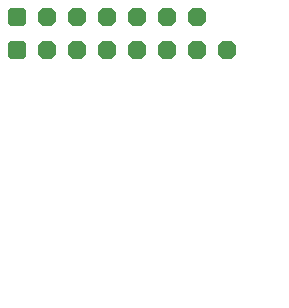
<source format=gbs>
G04*
G04 #@! TF.GenerationSoftware,Altium Limited,Altium Designer,22.3.1 (43)*
G04*
G04 Layer_Color=16711935*
%FSLAX25Y25*%
%MOIN*%
G70*
G04*
G04 #@! TF.SameCoordinates,4C0AD069-EB26-4D81-AE36-419DC19207D4*
G04*
G04*
G04 #@! TF.FilePolarity,Negative*
G04*
G01*
G75*
%ADD24P,0.06825X8X22.5*%
G04:AMPARAMS|DCode=25|XSize=63.06mil|YSize=63.06mil|CornerRadius=16.76mil|HoleSize=0mil|Usage=FLASHONLY|Rotation=0.000|XOffset=0mil|YOffset=0mil|HoleType=Round|Shape=RoundedRectangle|*
%AMROUNDEDRECTD25*
21,1,0.06306,0.02953,0,0,0.0*
21,1,0.02953,0.06306,0,0,0.0*
1,1,0.03353,0.01476,-0.01476*
1,1,0.03353,-0.01476,-0.01476*
1,1,0.03353,-0.01476,0.01476*
1,1,0.03353,0.01476,0.01476*
%
%ADD25ROUNDEDRECTD25*%
%ADD26C,0.00400*%
D24*
X64378Y99000D02*
D03*
X24378D02*
D03*
X34378D02*
D03*
X44378D02*
D03*
X54378D02*
D03*
X74378D02*
D03*
X84378D02*
D03*
X74378Y110000D02*
D03*
X54378D02*
D03*
X44378D02*
D03*
X34378D02*
D03*
X24378D02*
D03*
X64378D02*
D03*
D25*
X14378Y99000D02*
D03*
Y110000D02*
D03*
D26*
X102362Y15748D02*
D03*
M02*

</source>
